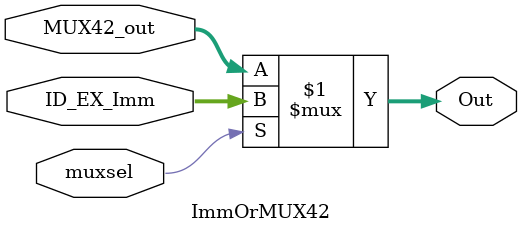
<source format=v>
module ImmOrMUX42(input muxsel,
	input [31:0]MUX42_out,
	input [31:0]ID_EX_Imm,
	output [31:0]Out);
assign Out = muxsel ? ID_EX_Imm : MUX42_out;
endmodule
</source>
